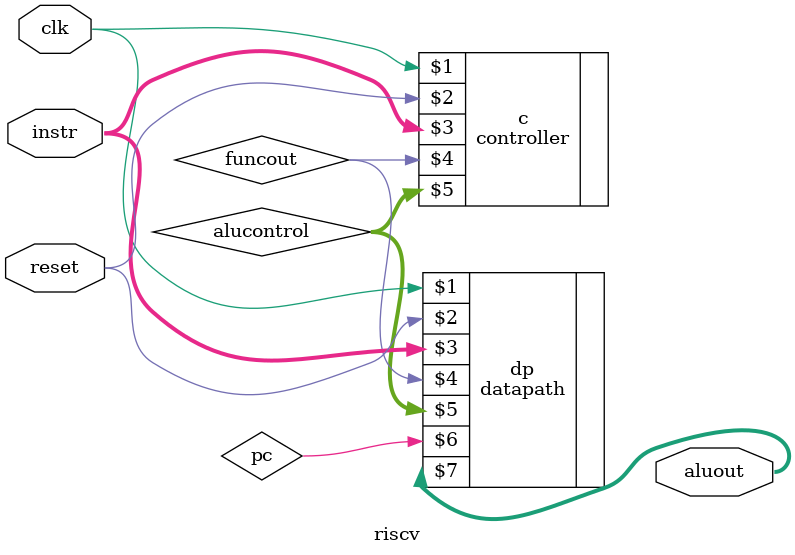
<source format=sv>
`timescale 1ns / 1ps


module riscv(
    input logic clk, reset,
    input logic [31:0]instr,
    output logic [31:0]aluout
    );
    logic [2:0]alucontrol;
    logic funcout;
    
    controller c(clk, reset, instr, funcout, alucontrol);
    datapath dp(clk, reset, instr, funcout, alucontrol, pc, aluout);
    
endmodule

</source>
